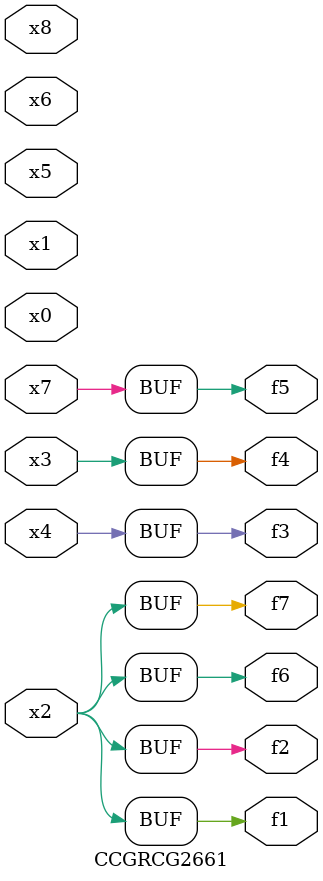
<source format=v>
module CCGRCG2661(
	input x0, x1, x2, x3, x4, x5, x6, x7, x8,
	output f1, f2, f3, f4, f5, f6, f7
);
	assign f1 = x2;
	assign f2 = x2;
	assign f3 = x4;
	assign f4 = x3;
	assign f5 = x7;
	assign f6 = x2;
	assign f7 = x2;
endmodule

</source>
